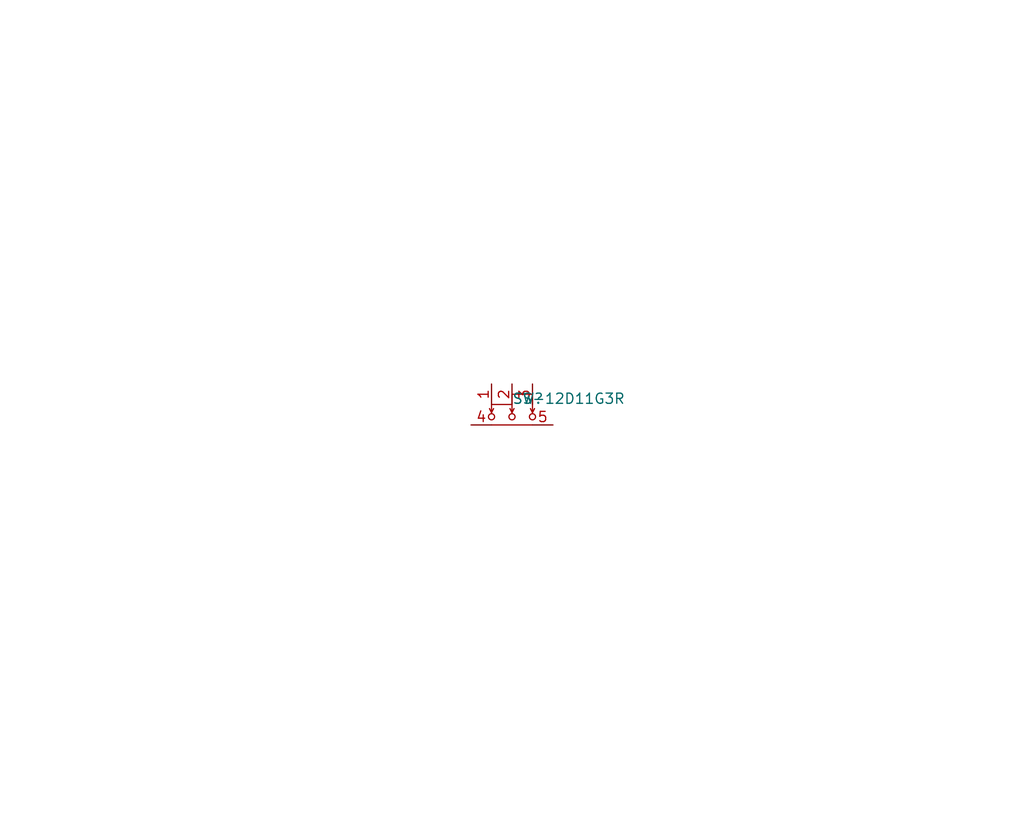
<source format=kicad_sch>
(kicad_sch (version 20250114) (generator "eeschema") (generator_version "9.0")
  (paper "User" 127 101.6)
  (lib_symbols
    (symbol "temp-altium-import:root_0_SS-12D11G3R_" (pin_names (hide yes))
      (symbol "root_0_SS-12D11G3R__1_0"
        (polyline (pts (xy -2.54 -1.016) (xy -2.794 -0.508)) (stroke (width 0) (color 160 0 0 1)))
        (polyline (pts (xy -2.54 -1.016) (xy -2.286 -0.508)) (stroke (width 0) (color 160 0 0 1)))
        (polyline (pts (xy -2.54 -1.016) (xy -2.54 0) (xy -2.54 0) (xy 0 0) (xy 0 0) (xy 0 -1.016) (xy 0 -1.016) (xy 0.254 -0.508)) (stroke (width 0) (color 160 0 0 1)))
        (circle (center -2.54 -1.524) (radius 0.381) (stroke (width 0) (color 160 0 0 1)))
        (polyline (pts (xy -2.54 -2.54) (xy 2.54 -2.54)) (stroke (width 0) (color 160 0 0 1)))
        (polyline (pts (xy 0 0) (xy 0 1.27) (xy 0 1.27) (xy 2.54 1.27) (xy 2.54 1.27) (xy 2.54 -1.016) (xy 2.54 -1.016) (xy 2.794 -0.508)) (stroke (width 0) (color 160 0 0 1)))
        (polyline (pts (xy 0 -1.016) (xy -0.254 -0.508)) (stroke (width 0) (color 160 0 0 1)))
        (circle (center 0 -1.524) (radius 0.381) (stroke (width 0) (color 160 0 0 1)))
        (polyline (pts (xy 2.54 -1.016) (xy 2.286 -0.508)) (stroke (width 0) (color 160 0 0 1)))
        (circle (center 2.54 -1.524) (radius 0.381) (stroke (width 0) (color 160 0 0 1)))
        (pin passive line (at -5.08 -2.54 0) (length 2.54) (name "4") (number "4"))
        (pin passive line (at -2.54 2.54 270) (length 2.54) (name "1") (number "1"))
        (pin passive line (at 0 2.54 270) (length 2.54) (name "2") (number "2"))
        (pin passive line (at 2.54 2.54 270) (length 2.54) (name "3") (number "3"))
        (pin passive line (at 5.08 -2.54 180) (length 2.54) (name "5") (number "5"))
      )
    )
  )
  (symbol (lib_id "temp-altium-import:root_0_SS-12D11G3R_") (at 63.5 50.165 0) (unit 1)
    (property "Reference" "SW?" (at 63.5 50.165 0) (effects (justify left bottom)))
    (property "Value" "SS-12D11G3R" (at 63.5 50.165 0) (effects (justify left bottom)))
    (property "Footprint" "SW-TH_SS-12D11L3" (effects (hide yes)))
    (property "SYMBOL" "SS-12D11G3R" (effects (hide yes)))
    (property "DEVICE" "SS-12D11G3R" (effects (hide yes)))
    (property "LCSC PART NAME" "柄长3mm 弯插双档 滑动开关" (effects (hide yes)))
    (property "SUPPLIER PART" "C843362" (effects (hide yes)))
    (property "MANUFACTURER" "XKB Connectivity(中国星坤)" (effects (hide yes)))
    (property "MANUFACTURER PART" "SS-12D11G3R" (effects (hide yes)))
    (property "SUPPLIER FOOTPRINT" "插件" (effects (hide yes)))
    (property "JLCPCB PART CLASS" "Extended Part" (effects (hide yes)))
    (property "DATASHEET" "https://atta.szlcsc.com/upload/public/pdf/source/20211009/84F89DEF741E27E9E55DE4039DC07CAD.pdf" (effects (hide yes)))
    (property "SUPPLIER" "LCSC" (effects (hide yes)))
    (property "ADD INTO BOM" "yes" (effects (hide yes)))
    (property "CONVERT TO PCB" "yes" (effects (hide yes)))
    (property "CIRCUIT" "SPDT" (effects (hide yes)))
    (property "ACTUATOR STYLE" "Rectangular columnar" (effects (hide yes)))
    (property "PIN STYLE" "PCPin" (effects (hide yes)))
    (property "SWITCH LENGTH" "13.5mm" (effects (hide yes)))
    (property "SWITCH WIDTH" "6.6mm" (effects (hide yes)))
    (property "SWITCH HEIGHT" "6.3mm" (effects (hide yes)))
    (property "MOUNTING STYLE" "Right-Angle" (effects (hide yes)))
    (property "ACTUATOR COLOR" "Black" (effects (hide yes)))
    (property "CURRENT RATING (DC)" "3A" (effects (hide yes)))
    (property "VOLTAGE RATING (DC)" "125V" (effects (hide yes)))
    (property "CURRENT RATING (AC)" "3A" (effects (hide yes)))
    (property "VOLTAGE RATING (AC)" "125V" (effects (hide yes)))
    (property "MECHANICAL LIFE" "1万次" (effects (hide yes)))
    (property "OPERATING TEMPERATURE" "-40℃~+85℃" (effects (hide yes)))
  )
)
</source>
